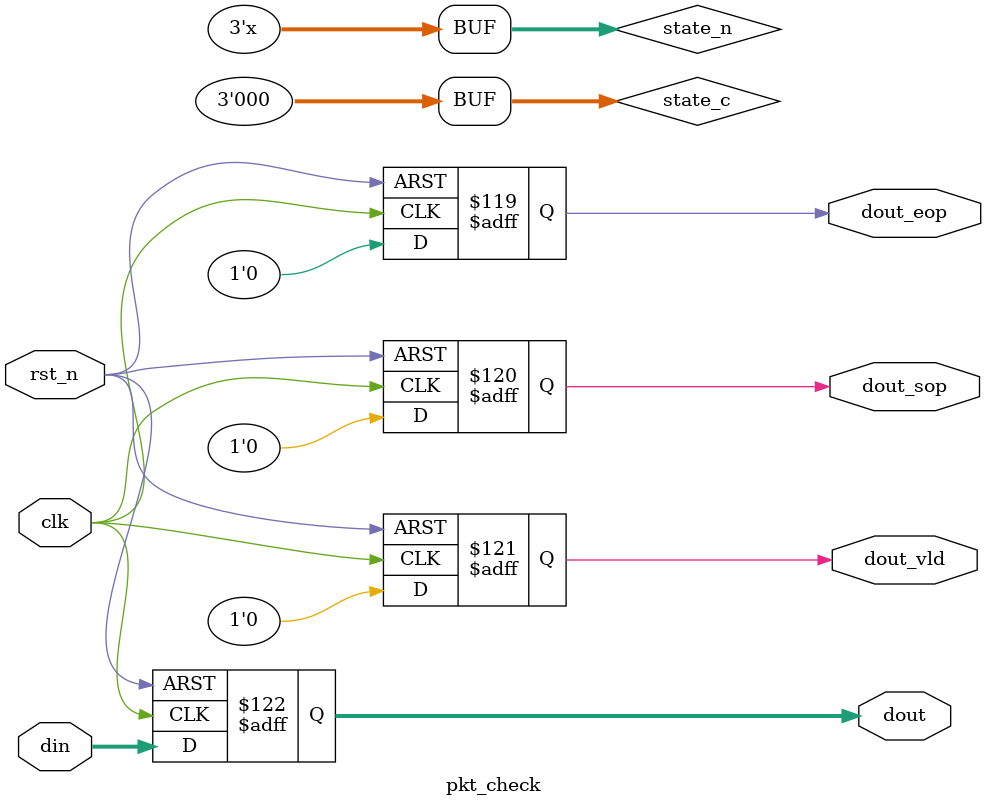
<source format=v>
`define   SIMPLE

`ifdef  SIMPLE

module pkt_check(
    clk     ,
    rst_n   ,
    din     ,
    dout_vld,
    dout    ,
    dout_sop,
    dout_eop
         
    );

    //²ÎÊý¶¨Òå
    parameter      DATA_W = 8;

    parameter      HEAD   = 0;
    parameter      TYPE   = 1;
    parameter      LEN    = 2;
    parameter      DATA   = 3;
    parameter      FCS    = 4;
    parameter      CTRL_PKT_LEN=64;
    //ÊäÈëÐÅºÅ¶¨Òå
    input               clk    ;
    input               rst_n  ;
    input [DATA_W-1:0]  din    ;

    //Êä³öÐÅºÅ¶¨Òå
    output[DATA_W-1:0]  dout    ;
    output              dout_sop;
    output              dout_eop;
    output              dout_vld;

    //Êä³öÐÅºÅreg¶¨Òå
    reg   [DATA_W-1:0]  dout    ;
    reg                 dout_sop;
    reg                 dout_eop;
    reg                 dout_vld;

    reg [ 2:0]          state_c;
    reg [ 2:0]          state_n;
    reg [ 3:0]          head_cnt;
    reg                 head_flag;
    reg[15:0]           data_cnt;
    reg                 len_cnt;
    reg[1:0]            fcs_cnt;

    always@(posedge clk or negedge rst_n)begin
        if(rst_n==1'b0)begin
            state_c <= HEAD;
        end
        else begin
            state_c <= state_n;
        end
    end

    always  @(*)begin
        case(state_c)
            HEAD  :begin
                       if(head_cnt==9 && din==8'hd5)begin
                           state_n = TYPE;
                       end
                       else begin
                           state_n = HEAD;
                       end
                   end
            TYPE  :begin
                      if(din==0)begin
                          state_n = DATA ;
                      end
                      else begin
                          state_n = LEN;
                      end
                   end
            LEN   :begin
                       if(len_cnt==1)begin
                           state_n = DATA;
                       end
                       else begin
                           state_n = LEN;
                       end
                   end
            DATA  :begin
                       if(data_cnt==0)begin
                           state_n = FCS;
                       end
                       else begin
                           state_n = DATA;
                       end
                   end                     
            FCS   :begin                              
                       if(fcs_cnt==3)begin
                           state_n = HEAD;
                       end
                       else begin
                           state_n = FCS;
                       end
                   end
            default: state_c = HEAD;
        endcase
    end


    always  @(posedge clk or negedge rst_n)begin
        if(rst_n==1'b0)begin
            head_cnt <= 0;
        end
        else if(state_c==HEAD) begin
            if(head_flag==0) begin
                if(din==8'h55)begin
                    head_cnt <= head_cnt + 1;
                end
                else begin
                    head_cnt <= 0;
                end
            end
            else if(head_flag==1)begin
                if(din==8'hd5)begin
                    if(head_cnt==9)begin
                        head_cnt <= 0;
                    end
                    else begin
                        head_cnt <= head_cnt + 1; 
                    end
                end
                else if(din==8'h55) begin
                    head_cnt <= 1;
                end
                else begin
                    head_cnt <= 0;
                end
            end
        end
        else begin
                head_cnt <= 0;
        end
    end

    always  @(posedge clk or negedge rst_n)begin
        if(rst_n==1'b0)begin
            head_flag <= 1'b0;
        end
        else if(state_c==HEAD) begin
            if(head_flag==1'b0)begin
                if(din==8'h55)
                    head_flag <= 1'b1;
            end
            else begin
                if(din==8'h55)begin
                    head_flag <= 1'b1;
                end
                else begin
                    head_flag <= 1'b0;
                end
            end
        end
        else begin
            head_flag <= 1'b0;
        end
    end


    always  @(posedge clk or negedge rst_n)begin
        if(rst_n==1'b0)begin
            data_cnt <= 0;
        end
        else if(state_c==TYPE && din==0) begin
            data_cnt <= CTRL_PKT_LEN-1;
        end
        else if(state_c==LEN)begin
            if(len_cnt==0)begin
                data_cnt <= {data_cnt[7:0],din};
            end
            else begin
                 data_cnt <= {data_cnt[7:0],din}-1;
            end
        end
        else if(data_cnt!=0)begin
            data_cnt <= data_cnt - 1;
        end
    end

    always  @(posedge clk or negedge rst_n)begin
        if(rst_n==1'b0)begin
            len_cnt <= 1'b0;
        end
        else if(state_c==LEN) begin
            len_cnt <= ~ len_cnt;
        end
        else begin
            len_cnt <= 1'b0;
        end
    end


    always  @(posedge clk or negedge rst_n)begin
        if(rst_n==1'b0)begin
            fcs_cnt <= 0;
        end
        else if(state_c==FCS)begin
            if(fcs_cnt==3)
                fcs_cnt <= 0;
            else
                fcs_cnt <= fcs_cnt + 1;
        end
    end

    always  @(posedge clk or negedge rst_n)begin
        if(rst_n==1'b0)begin
            dout <= 0;
        end
        else begin
            dout <= din;
        end
    end

    always  @(posedge clk or negedge rst_n)begin
        if(rst_n==1'b0)begin
            dout_vld <= 1'b0;
        end
        else if(state_c != HEAD) begin
            dout_vld <= 1'b1;
        end
        else begin
            dout_vld <= 1'b0;
        end
    end

    always  @(posedge clk or negedge rst_n)begin
        if(rst_n==1'b0)begin
            dout_sop <= 1'b0;
        end
        else if(state_c==TYPE) begin
            dout_sop <= 1'b1;
        end
        else begin
            dout_sop <= 1'b0;
        end
    end

    always  @(posedge clk or negedge rst_n)begin
        if(rst_n==1'b0)begin
            dout_eop <= 1'b0;
        end
        else if(state_c==FCS && fcs_cnt==3) begin
            dout_eop <= 1'b1;
        end
        else begin
            dout_eop <= 1'b0;
        end
    end


endmodule



`else

module pkt_check(
    clk     ,
    rst_n   ,
    din     ,
    dout_vld,
    dout    ,
    dout_sop,
    dout_eop
         
    );

    //²ÎÊý¶¨Òå
    parameter      DATA_W = 8;

    parameter      HEAD   = 0;
    parameter      TYPE   = 1;
    parameter      LEN    = 2;
    parameter      DATA   = 3;
    parameter      FCS    = 4;
    parameter      CTRL_PKT_LEN=64;
    //ÊäÈëÐÅºÅ¶¨Òå
    input               clk    ;
    input               rst_n  ;
    input [DATA_W-1:0]  din    ;

    //Êä³öÐÅºÅ¶¨Òå
    output[DATA_W-1:0]  dout    ;
    output              dout_sop;
    output              dout_eop;
    output              dout_vld;

    //Êä³öÐÅºÅreg¶¨Òå
    reg   [DATA_W-1:0]  dout    ;
    reg                 dout_sop;
    reg                 dout_eop;
    reg                 dout_vld;

    reg [ 2:0]          state_c;
    reg [ 2:0]          state_n;
    reg [ 3:0]          head_cnt;
    wire                add_head_cnt;
    wire                end_head_cnt;
    wire                get_55      ;
    reg                 head_flag;
    reg[15:0]           data_len ;
    reg[15:0]           x        ;
    reg[15:0]           cnt;
    wire                add_cnt;
    wire                end_cnt;
    wire                head2type_start;
    wire                type2len_start;
    wire                type2data_start;
    wire                len2data_start ;
    wire                data2fcs_start;
    wire                fcs2head_start;


    always@(posedge clk or negedge rst_n)begin
        if(rst_n==1'b0)begin
            state_c <= HEAD;
        end
        else begin
            state_c <= state_n;
        end
    end

    always  @(*)begin
        case(state_c)
            HEAD  :begin
                       if(head2type_start)begin
                           state_n = TYPE;
                       end
                       else begin
                           state_n = state_c;
                       end
                   end
            TYPE  :begin
                      if(type2data_start)begin
                          state_n = DATA ;
                      end
                      else if(type2len_start) begin
                          state_n = LEN;
                      end
                      else begin
                          state_n = state_c;
                      end
                   end
            LEN   :begin
                       if(len2data_start)begin
                           state_n = DATA;
                       end
                       else begin
                           state_n = state_c;
                       end
                   end
            DATA  :begin
                       if(data2fcs_start)begin
                           state_n = FCS;
                       end
                       else begin
                           state_n = state_c;
                       end
                   end                     
            FCS   :begin                              
                       if(fcs2head_start)begin
                           state_n = HEAD;
                       end
                       else begin
                           state_n = state_c;
                       end
                   end
            default: state_c = HEAD;
        endcase
    end

    assign  head2type_start = state_c==HEAD && end_head_cnt;
    assign  type2len_start  = state_c==TYPE && din!=0;
    assign  type2data_start = state_c==TYPE && din==0;
    assign  len2data_start  = state_c==LEN  && end_cnt;
    assign  data2fcs_start  = state_c==DATA && end_cnt;
    assign  fcs2head_start  = state_c==FCS  && end_cnt;
    

    always @(posedge clk or negedge rst_n)begin
        if(!rst_n)begin
            head_cnt <= 0;
        end
        else if(add_head_cnt)begin
            if(end_head_cnt)
                head_cnt <= 0;
            else
                head_cnt <= head_cnt + 1;
        end
        else if(get_55)begin
            head_cnt <= 1;
        end
        else begin
            head_cnt <= 0;
        end
    end

    assign add_head_cnt = (head_flag==0 && din==8'h55) || (head_flag && din==8'hd5);       
    assign end_head_cnt = add_head_cnt && head_cnt==10-1 ;
    assign get_55       = din==8'h55;   


    always  @(posedge clk or negedge rst_n)begin
        if(rst_n==1'b0)begin
            head_flag <= 1'b0;
        end
        else if(state_c==HEAD && din==8'h55) begin
            head_flag <= 1'b1;
        end
        else begin
            head_flag <= 1'b0;
        end
    end

    always @(posedge clk or negedge rst_n)begin
        if(!rst_n)begin
            cnt <= 0;
        end
        else if(add_cnt)begin
            if(end_cnt)
                cnt <= 0;
            else
                cnt <= cnt + 1;
        end
    end

    assign add_cnt = state_c==LEN || state_c==DATA || state_c==FCS;       
    assign end_cnt = add_cnt && cnt==x-1 ;

    always  @(*)begin
        if(state_c==LEN)
            x = 2;
        else if(state_c==DATA)
            x = data_len;
        else
            x = 4;
    end

    always  @(posedge clk or negedge rst_n)begin
        if(rst_n==1'b0)begin
            data_len <= 0;
        end
        else if(type2data_start) begin
            data_len <= 64;
        end
        else if(state_c==LEN)begin
            data_len[(2-cnt)*8-1 -:8] <= din;
        end
    end


    always  @(posedge clk or negedge rst_n)begin
        if(rst_n==1'b0)begin
            dout <= 0;
        end
        else begin
            dout <= din;
        end
    end

    always  @(posedge clk or negedge rst_n)begin
        if(rst_n==1'b0)begin
            dout_vld <= 1'b0;
        end
        else if(state_c != HEAD) begin
            dout_vld <= 1'b1;
        end
        else begin
            dout_vld <= 1'b0;
        end
    end

    always  @(posedge clk or negedge rst_n)begin
        if(rst_n==1'b0)begin
            dout_sop <= 1'b0;
        end
        else if(state_c==TYPE) begin
            dout_sop <= 1'b1;
        end
        else begin
            dout_sop <= 1'b0;
        end
    end

    always  @(posedge clk or negedge rst_n)begin
        if(rst_n==1'b0)begin
            dout_eop <= 1'b0;
        end
        else if(fcs2head_start) begin
            dout_eop <= 1'b1;
        end
        else begin
            dout_eop <= 1'b0;
        end
    end


endmodule





`endif

</source>
